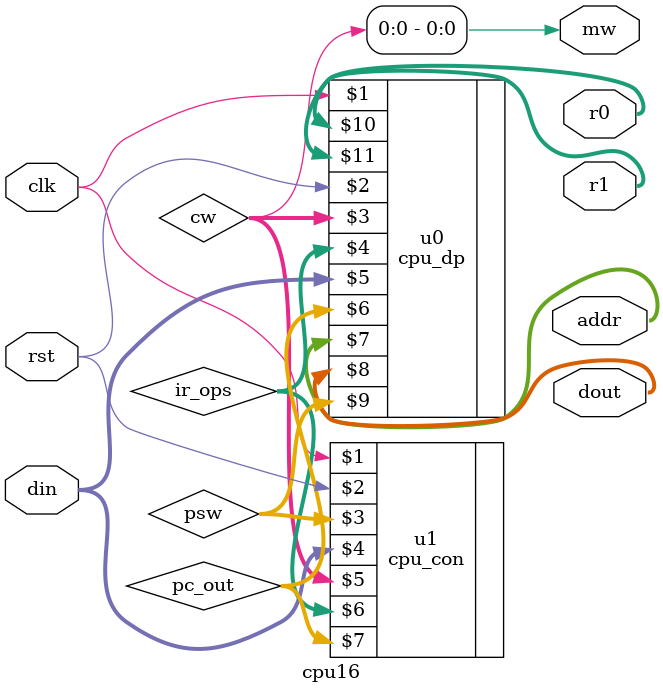
<source format=v>
module cpu16 (clk, rst, din, mw, addr, dout, r0, r1);
	
	parameter bw = 16;
	
	input clk, rst;
	input [bw-1:0] din;
	output mw;
	output [bw-1:0] dout;
	output [8:0] addr;
	
	output [bw-1:0] r0, r1;

	wire [12:0] cw;
	wire [3:0] psw;
	wire [8:0] pc_out;
	wire [8:0] ir_ops;
	
	assign mw = cw[0];

	cpu_dp #(bw) u0 (clk, rst, cw, ir_ops, din, pc_out, addr, dout, psw, r0, r1);
	cpu_con #(bw) u1 (clk, rst, psw, din, cw, ir_ops, pc_out);

	
endmodule

</source>
